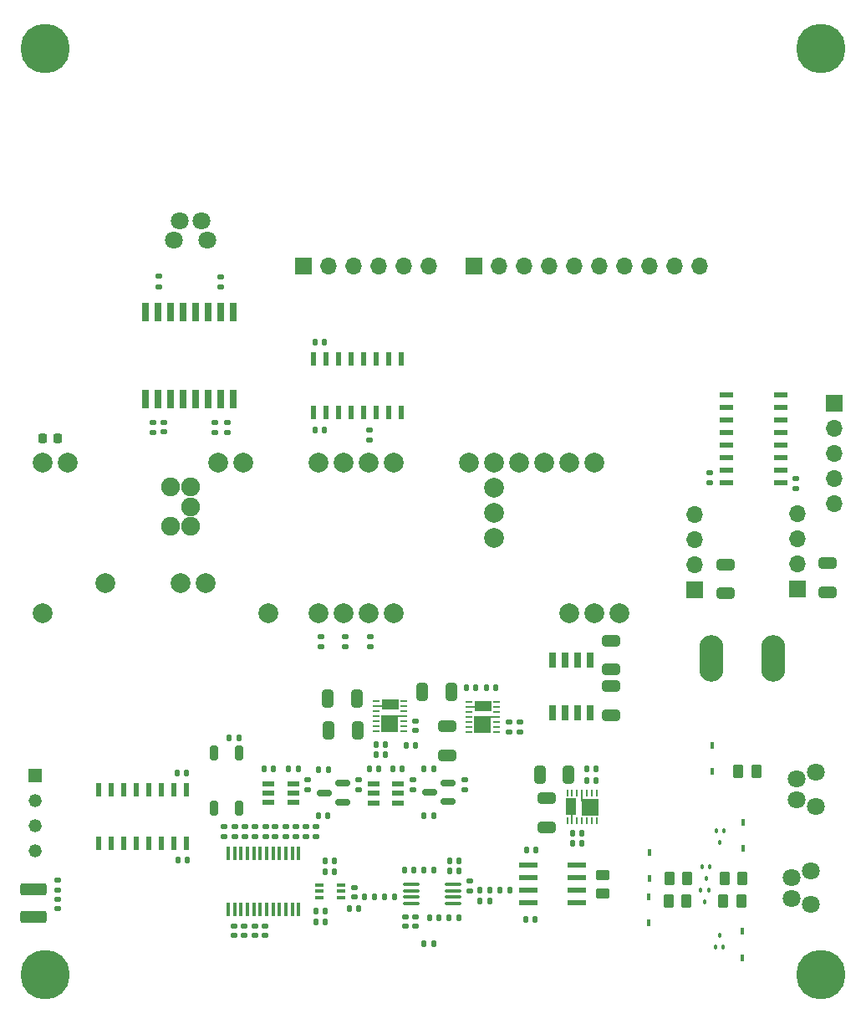
<source format=gbr>
%TF.GenerationSoftware,KiCad,Pcbnew,8.0.7*%
%TF.CreationDate,2025-03-11T01:22:51-04:00*%
%TF.ProjectId,dyno_inst_3,64796e6f-5f69-46e7-9374-5f332e6b6963,rev?*%
%TF.SameCoordinates,Original*%
%TF.FileFunction,Soldermask,Top*%
%TF.FilePolarity,Negative*%
%FSLAX46Y46*%
G04 Gerber Fmt 4.6, Leading zero omitted, Abs format (unit mm)*
G04 Created by KiCad (PCBNEW 8.0.7) date 2025-03-11 01:22:51*
%MOMM*%
%LPD*%
G01*
G04 APERTURE LIST*
G04 Aperture macros list*
%AMRoundRect*
0 Rectangle with rounded corners*
0 $1 Rounding radius*
0 $2 $3 $4 $5 $6 $7 $8 $9 X,Y pos of 4 corners*
0 Add a 4 corners polygon primitive as box body*
4,1,4,$2,$3,$4,$5,$6,$7,$8,$9,$2,$3,0*
0 Add four circle primitives for the rounded corners*
1,1,$1+$1,$2,$3*
1,1,$1+$1,$4,$5*
1,1,$1+$1,$6,$7*
1,1,$1+$1,$8,$9*
0 Add four rect primitives between the rounded corners*
20,1,$1+$1,$2,$3,$4,$5,0*
20,1,$1+$1,$4,$5,$6,$7,0*
20,1,$1+$1,$6,$7,$8,$9,0*
20,1,$1+$1,$8,$9,$2,$3,0*%
G04 Aperture macros list end*
%ADD10RoundRect,0.135000X-0.185000X0.135000X-0.185000X-0.135000X0.185000X-0.135000X0.185000X0.135000X0*%
%ADD11RoundRect,0.140000X0.140000X0.170000X-0.140000X0.170000X-0.140000X-0.170000X0.140000X-0.170000X0*%
%ADD12RoundRect,0.140000X-0.140000X-0.170000X0.140000X-0.170000X0.140000X0.170000X-0.140000X0.170000X0*%
%ADD13RoundRect,0.135000X0.135000X0.185000X-0.135000X0.185000X-0.135000X-0.185000X0.135000X-0.185000X0*%
%ADD14RoundRect,0.140000X-0.170000X0.140000X-0.170000X-0.140000X0.170000X-0.140000X0.170000X0.140000X0*%
%ADD15RoundRect,0.135000X-0.135000X-0.185000X0.135000X-0.185000X0.135000X0.185000X-0.135000X0.185000X0*%
%ADD16RoundRect,0.250000X-0.450000X0.262500X-0.450000X-0.262500X0.450000X-0.262500X0.450000X0.262500X0*%
%ADD17R,1.200000X0.600000*%
%ADD18R,0.650000X1.500000*%
%ADD19RoundRect,0.150000X0.587500X0.150000X-0.587500X0.150000X-0.587500X-0.150000X0.587500X-0.150000X0*%
%ADD20C,5.000000*%
%ADD21C,2.004000*%
%ADD22C,1.900000*%
%ADD23R,1.700000X1.700000*%
%ADD24O,1.700000X1.700000*%
%ADD25R,0.711200X0.254000*%
%ADD26R,0.711200X0.255562*%
%ADD27R,1.651000X1.778000*%
%ADD28R,1.651000X1.066800*%
%ADD29RoundRect,0.250000X0.650000X-0.325000X0.650000X0.325000X-0.650000X0.325000X-0.650000X-0.325000X0*%
%ADD30RoundRect,0.140000X0.170000X-0.140000X0.170000X0.140000X-0.170000X0.140000X-0.170000X-0.140000X0*%
%ADD31RoundRect,0.250000X0.325000X0.650000X-0.325000X0.650000X-0.325000X-0.650000X0.325000X-0.650000X0*%
%ADD32RoundRect,0.250000X0.262500X0.450000X-0.262500X0.450000X-0.262500X-0.450000X0.262500X-0.450000X0*%
%ADD33RoundRect,0.225000X0.225000X0.250000X-0.225000X0.250000X-0.225000X-0.250000X0.225000X-0.250000X0*%
%ADD34R,0.406400X0.749300*%
%ADD35R,0.640000X1.910000*%
%ADD36RoundRect,0.201000X-0.201000X0.551000X-0.201000X-0.551000X0.201000X-0.551000X0.201000X0.551000X0*%
%ADD37RoundRect,0.250000X-0.650000X0.325000X-0.650000X-0.325000X0.650000X-0.325000X0.650000X0.325000X0*%
%ADD38C,1.800000*%
%ADD39R,1.320800X1.320800*%
%ADD40C,1.320800*%
%ADD41R,0.533400X1.461700*%
%ADD42RoundRect,0.250000X-1.075000X0.375000X-1.075000X-0.375000X1.075000X-0.375000X1.075000X0.375000X0*%
%ADD43R,0.876300X0.355600*%
%ADD44RoundRect,0.100000X-0.100000X0.125000X-0.100000X-0.125000X0.100000X-0.125000X0.100000X0.125000X0*%
%ADD45RoundRect,0.100000X0.712500X0.100000X-0.712500X0.100000X-0.712500X-0.100000X0.712500X-0.100000X0*%
%ADD46RoundRect,0.250000X-0.325000X-0.650000X0.325000X-0.650000X0.325000X0.650000X-0.325000X0.650000X0*%
%ADD47RoundRect,0.135000X0.185000X-0.135000X0.185000X0.135000X-0.185000X0.135000X-0.185000X-0.135000X0*%
%ADD48R,1.461700X0.533400*%
%ADD49R,1.981200X0.558800*%
%ADD50R,0.254000X0.711200*%
%ADD51R,0.255562X0.711200*%
%ADD52R,1.778000X1.651000*%
%ADD53R,1.066800X1.651000*%
%ADD54RoundRect,0.100000X0.100000X-0.125000X0.100000X0.125000X-0.100000X0.125000X-0.100000X-0.125000X0*%
%ADD55R,0.355600X1.473200*%
%ADD56O,2.454000X4.704000*%
G04 APERTURE END LIST*
D10*
%TO.C,R5*%
X150225000Y-94242076D03*
X150225000Y-95262076D03*
%TD*%
D11*
%TO.C,C28*%
X146725050Y-93091074D03*
X145765050Y-93091074D03*
%TD*%
%TO.C,C48*%
X163508615Y-108167095D03*
X162548615Y-108167095D03*
%TD*%
D10*
%TO.C,R10*%
X166139091Y-94235248D03*
X166139091Y-95255248D03*
%TD*%
D12*
%TO.C,C75*%
X151040282Y-107550862D03*
X152000282Y-107550862D03*
%TD*%
D11*
%TO.C,C78*%
X152944276Y-102412061D03*
X151984276Y-102412061D03*
%TD*%
D13*
%TO.C,R23*%
X165543085Y-108164229D03*
X164523085Y-108164229D03*
%TD*%
D11*
%TO.C,C77*%
X152946571Y-103499064D03*
X151986571Y-103499064D03*
%TD*%
D13*
%TO.C,R26*%
X162991778Y-103404582D03*
X161971778Y-103404582D03*
%TD*%
D14*
%TO.C,C57*%
X160086613Y-108075000D03*
X160086613Y-109035000D03*
%TD*%
D12*
%TO.C,C45*%
X172360137Y-101316370D03*
X173320137Y-101316370D03*
%TD*%
D14*
%TO.C,C58*%
X161142719Y-108076520D03*
X161142719Y-109036520D03*
%TD*%
D11*
%TO.C,C61*%
X165554531Y-103428389D03*
X164594531Y-103428389D03*
%TD*%
D15*
%TO.C,R7*%
X151290167Y-93190598D03*
X152310167Y-93190598D03*
%TD*%
D16*
%TO.C,R16*%
X180045137Y-103891370D03*
X180045137Y-105716370D03*
%TD*%
D11*
%TO.C,C47*%
X160960016Y-103385956D03*
X160000016Y-103385956D03*
%TD*%
%TO.C,C29*%
X152267223Y-97896426D03*
X151307223Y-97896426D03*
%TD*%
D12*
%TO.C,C76*%
X151014005Y-108579518D03*
X151974005Y-108579518D03*
%TD*%
D10*
%TO.C,R9*%
X155338520Y-94249340D03*
X155338520Y-95269340D03*
%TD*%
D11*
%TO.C,C23*%
X157380000Y-93125000D03*
X156420000Y-93125000D03*
%TD*%
%TO.C,C34*%
X173220137Y-108366370D03*
X172260137Y-108366370D03*
%TD*%
D12*
%TO.C,C32*%
X148265050Y-93091074D03*
X149225050Y-93091074D03*
%TD*%
D10*
%TO.C,R6*%
X160831185Y-94243565D03*
X160831185Y-95263565D03*
%TD*%
D11*
%TO.C,C30*%
X162953536Y-97898311D03*
X161993536Y-97898311D03*
%TD*%
%TO.C,C24*%
X159755000Y-93100000D03*
X158795000Y-93100000D03*
%TD*%
D15*
%TO.C,R8*%
X161985875Y-93137731D03*
X163005875Y-93137731D03*
%TD*%
D11*
%TO.C,C63*%
X165555353Y-102399706D03*
X164595353Y-102399706D03*
%TD*%
D17*
%TO.C,IC3*%
X146245050Y-94641074D03*
X146245050Y-95591074D03*
X146245050Y-96541074D03*
X148745050Y-96541074D03*
X148745050Y-95591074D03*
X148745050Y-94641074D03*
%TD*%
D18*
%TO.C,IC2*%
X178820784Y-82076326D03*
X177550784Y-82076326D03*
X176280784Y-82076326D03*
X175010784Y-82076326D03*
X175010784Y-87476326D03*
X176280784Y-87476326D03*
X177550784Y-87476326D03*
X178820784Y-87476326D03*
%TD*%
D12*
%TO.C,C2*%
X136990000Y-93564148D03*
X137950000Y-93564148D03*
%TD*%
D10*
%TO.C,R3*%
X156525000Y-79755000D03*
X156525000Y-80775000D03*
%TD*%
D19*
%TO.C,U8*%
X153737273Y-96487500D03*
X153737273Y-94587500D03*
X151862273Y-95537500D03*
%TD*%
D20*
%TO.C,H2*%
X123646900Y-113974000D03*
%TD*%
D11*
%TO.C,C36*%
X179445684Y-94267895D03*
X178485684Y-94267895D03*
%TD*%
D21*
%TO.C,U4*%
X158890000Y-77390000D03*
X129680000Y-74340000D03*
X146190000Y-77390000D03*
X151270000Y-77390000D03*
X153810000Y-77390000D03*
X156350000Y-77390000D03*
X156350000Y-62150000D03*
X153810000Y-62150000D03*
X151270000Y-62150000D03*
X143650000Y-62150000D03*
X141110000Y-62150000D03*
X176670000Y-77390000D03*
X179210000Y-77390000D03*
X181750000Y-77390000D03*
X179210000Y-62150000D03*
X176670000Y-62150000D03*
X174130000Y-62150000D03*
X171590000Y-62150000D03*
X169050000Y-62150000D03*
X166510000Y-62150000D03*
X123330000Y-77390000D03*
X158890000Y-62150000D03*
X125870000Y-62150000D03*
X169050000Y-69770000D03*
D22*
X138300000Y-66600000D03*
D21*
X169050000Y-64690000D03*
X169050000Y-67230000D03*
D22*
X136300000Y-64600000D03*
X138300000Y-64600000D03*
X138300000Y-68600000D03*
X136300000Y-68600000D03*
D21*
X137300000Y-74340000D03*
X139840000Y-74340000D03*
X123330000Y-62150000D03*
%TD*%
D23*
%TO.C,J5*%
X149790000Y-42250000D03*
D24*
X152330000Y-42250000D03*
X154870000Y-42250000D03*
X157410000Y-42250000D03*
X159950000Y-42250000D03*
X162490000Y-42250000D03*
%TD*%
D14*
%TO.C,C25*%
X190950000Y-63170000D03*
X190950000Y-64130000D03*
%TD*%
%TO.C,C91*%
X134550000Y-58085000D03*
X134550000Y-59045000D03*
%TD*%
D25*
%TO.C,U24*%
X169300000Y-89375000D03*
X169300000Y-88875001D03*
X169300000Y-88374999D03*
X169300000Y-87875000D03*
X169300000Y-87374998D03*
X169300000Y-86874999D03*
X169300000Y-86375000D03*
X166500000Y-86375000D03*
D26*
X166496370Y-86875780D03*
D25*
X166500000Y-87375001D03*
X166500000Y-87875000D03*
X166500000Y-88375002D03*
X166500000Y-88875001D03*
X166500000Y-89375000D03*
D26*
X168785263Y-87876630D03*
D27*
X167855000Y-88665000D03*
D28*
X167945000Y-86730000D03*
D26*
X167000000Y-86875000D03*
%TD*%
D29*
%TO.C,C87*%
X202900000Y-75275000D03*
X202900000Y-72325000D03*
%TD*%
D30*
%TO.C,C80*%
X170579675Y-89358796D03*
X170579675Y-88398796D03*
%TD*%
D31*
%TO.C,C39*%
X176650000Y-93700000D03*
X173700000Y-93700000D03*
%TD*%
D11*
%TO.C,C1*%
X151910000Y-58799752D03*
X150950000Y-58799752D03*
%TD*%
D32*
%TO.C,R13*%
X194136723Y-106508188D03*
X192311723Y-106508188D03*
%TD*%
D33*
%TO.C,C16*%
X124900000Y-59700000D03*
X123350000Y-59700000D03*
%TD*%
D30*
%TO.C,C3*%
X199675496Y-64740000D03*
X199675496Y-63780000D03*
%TD*%
D12*
%TO.C,C19*%
X160170000Y-90725000D03*
X161130000Y-90725000D03*
%TD*%
D34*
%TO.C,CR2*%
X184790801Y-101565122D03*
X184790801Y-104219422D03*
%TD*%
D35*
%TO.C,T1*%
X133810000Y-55660000D03*
X135080000Y-55660000D03*
X136350000Y-55660000D03*
X137620000Y-55660000D03*
X138890000Y-55660000D03*
X140160000Y-55660000D03*
X141430000Y-55660000D03*
X142700000Y-55660000D03*
X142700000Y-46890000D03*
X141430000Y-46890000D03*
X140160000Y-46890000D03*
X138890000Y-46890000D03*
X137620000Y-46890000D03*
X136350000Y-46890000D03*
X135080000Y-46890000D03*
X133810000Y-46890000D03*
%TD*%
D36*
%TO.C,U23*%
X143265000Y-91500000D03*
X140725000Y-91500000D03*
X140725000Y-97100000D03*
X143265000Y-97100000D03*
%TD*%
D37*
%TO.C,C40*%
X174400000Y-96125000D03*
X174400000Y-99075000D03*
%TD*%
D38*
%TO.C,J3*%
X201650799Y-93499978D03*
X199700800Y-94125072D03*
X201650799Y-96900022D03*
X199700800Y-96274999D03*
%TD*%
D30*
%TO.C,C14*%
X145924799Y-99960000D03*
X145924799Y-99000000D03*
%TD*%
D14*
%TO.C,C7*%
X144899799Y-98997876D03*
X144899799Y-99957876D03*
%TD*%
D23*
%TO.C,U7*%
X199800000Y-74900000D03*
D24*
X199800000Y-72360000D03*
X199800000Y-69820000D03*
X199800000Y-67280000D03*
%TD*%
D29*
%TO.C,C84*%
X164300000Y-91775000D03*
X164300000Y-88825000D03*
%TD*%
D11*
%TO.C,C22*%
X158080000Y-90700000D03*
X157120000Y-90700000D03*
%TD*%
D39*
%TO.C,U21*%
X122572000Y-93810000D03*
D40*
X122572000Y-96350000D03*
X122572000Y-98890000D03*
X122572000Y-101430000D03*
%TD*%
D31*
%TO.C,C83*%
X164775000Y-85300000D03*
X161825000Y-85300000D03*
%TD*%
D32*
%TO.C,R21*%
X188577900Y-106493048D03*
X186752900Y-106493048D03*
%TD*%
D41*
%TO.C,U1*%
X137915000Y-95200496D03*
X136645000Y-95200496D03*
X135375000Y-95200496D03*
X134105000Y-95200496D03*
X132835000Y-95200496D03*
X131565000Y-95200496D03*
X130295000Y-95200496D03*
X129025000Y-95200496D03*
X129025000Y-100650000D03*
X130295000Y-100650000D03*
X131565000Y-100650000D03*
X132835000Y-100650000D03*
X134105000Y-100650000D03*
X135375000Y-100650000D03*
X136645000Y-100650000D03*
X137915000Y-100650000D03*
%TD*%
%TO.C,U2*%
X150780000Y-57074752D03*
X152050000Y-57074752D03*
X153320000Y-57074752D03*
X154590000Y-57074752D03*
X155860000Y-57074752D03*
X157130000Y-57074752D03*
X158400000Y-57074752D03*
X159670000Y-57074752D03*
X159670000Y-51625248D03*
X158400000Y-51625248D03*
X157130000Y-51625248D03*
X155860000Y-51625248D03*
X154590000Y-51625248D03*
X153320000Y-51625248D03*
X152050000Y-51625248D03*
X150780000Y-51625248D03*
%TD*%
D14*
%TO.C,C11*%
X141724799Y-98997876D03*
X141724799Y-99957876D03*
%TD*%
D30*
%TO.C,C53*%
X154945493Y-106084274D03*
X154945493Y-105124274D03*
%TD*%
D42*
%TO.C,L1*%
X122453000Y-105330000D03*
X122453000Y-108130000D03*
%TD*%
D20*
%TO.C,H3*%
X123646900Y-20248000D03*
%TD*%
D30*
%TO.C,C43*%
X144824799Y-109962876D03*
X144824799Y-109002876D03*
%TD*%
D12*
%TO.C,C81*%
X168283633Y-84907499D03*
X169243633Y-84907499D03*
%TD*%
D43*
%TO.C,U19*%
X153570273Y-106164838D03*
X153570273Y-105514839D03*
X153570273Y-104864840D03*
X151347773Y-104864840D03*
X151347773Y-105514839D03*
X151347773Y-106164838D03*
%TD*%
D14*
%TO.C,C33*%
X124853000Y-106325000D03*
X124853000Y-107285000D03*
%TD*%
D30*
%TO.C,C41*%
X166616022Y-105447235D03*
X166616022Y-104487235D03*
%TD*%
D44*
%TO.C,U13*%
X190942288Y-103049104D03*
X190142288Y-103049104D03*
X190542288Y-104199104D03*
%TD*%
D45*
%TO.C,U14*%
X164919134Y-106759440D03*
X164919134Y-106109440D03*
X164919134Y-105459440D03*
X164919134Y-104809440D03*
X160694134Y-104809440D03*
X160694134Y-105459440D03*
X160694134Y-106109440D03*
X160694134Y-106759440D03*
%TD*%
D23*
%TO.C,U6*%
X189400000Y-74980000D03*
D24*
X189400000Y-72440000D03*
X189400000Y-69900000D03*
X189400000Y-67360000D03*
%TD*%
D10*
%TO.C,R2*%
X151525000Y-79735000D03*
X151525000Y-80755000D03*
%TD*%
D12*
%TO.C,C31*%
X137040000Y-102339148D03*
X138000000Y-102339148D03*
%TD*%
D13*
%TO.C,R11*%
X170648753Y-105378095D03*
X169628753Y-105378095D03*
%TD*%
D29*
%TO.C,C69*%
X192500000Y-75375000D03*
X192500000Y-72425000D03*
%TD*%
D12*
%TO.C,C82*%
X166274366Y-84897759D03*
X167234366Y-84897759D03*
%TD*%
D46*
%TO.C,C27*%
X152350000Y-89200000D03*
X155300000Y-89200000D03*
%TD*%
D13*
%TO.C,R29*%
X159022345Y-106106264D03*
X158002345Y-106106264D03*
%TD*%
D14*
%TO.C,C6*%
X142724799Y-108997876D03*
X142724799Y-109957876D03*
%TD*%
%TO.C,C12*%
X150050000Y-99000000D03*
X150050000Y-99960000D03*
%TD*%
D34*
%TO.C,CR5*%
X191150000Y-90722850D03*
X191150000Y-93377150D03*
%TD*%
D14*
%TO.C,C5*%
X143799799Y-109002876D03*
X143799799Y-109962876D03*
%TD*%
D34*
%TO.C,CR4*%
X194224799Y-112235026D03*
X194224799Y-109580726D03*
%TD*%
D23*
%TO.C,J2*%
X167025000Y-42225000D03*
D24*
X169565000Y-42225000D03*
X172105000Y-42225000D03*
X174645000Y-42225000D03*
X177185000Y-42225000D03*
X179725000Y-42225000D03*
X182265000Y-42225000D03*
X184805000Y-42225000D03*
X187345000Y-42225000D03*
X189885000Y-42225000D03*
%TD*%
D10*
%TO.C,R4*%
X154025000Y-79745000D03*
X154025000Y-80765000D03*
%TD*%
D34*
%TO.C,CR1*%
X184762666Y-108692461D03*
X184762666Y-106038161D03*
%TD*%
D30*
%TO.C,C20*%
X161150000Y-89260000D03*
X161150000Y-88300000D03*
%TD*%
D14*
%TO.C,C9*%
X151074799Y-99000000D03*
X151074799Y-99960000D03*
%TD*%
D12*
%TO.C,C35*%
X178487425Y-93117558D03*
X179447425Y-93117558D03*
%TD*%
D38*
%TO.C,J6*%
X201175000Y-103474956D03*
X199225001Y-104100050D03*
X201175000Y-106875000D03*
X199225001Y-106249977D03*
%TD*%
D32*
%TO.C,R40*%
X195662500Y-93349999D03*
X193837500Y-93349999D03*
%TD*%
D38*
%TO.C,J7*%
X140055000Y-39650000D03*
X139429906Y-37700001D03*
X136654956Y-39650000D03*
X137279979Y-37700001D03*
%TD*%
D20*
%TO.C,H1*%
X202209100Y-20248000D03*
%TD*%
D14*
%TO.C,C92*%
X135625000Y-58080000D03*
X135625000Y-59040000D03*
%TD*%
D10*
%TO.C,R39*%
X124900000Y-104375000D03*
X124900000Y-105395000D03*
%TD*%
D14*
%TO.C,C13*%
X149024799Y-98997876D03*
X149024799Y-99957876D03*
%TD*%
D23*
%TO.C,J1*%
X203500496Y-56100000D03*
D24*
X203500496Y-58640000D03*
X203500496Y-61180000D03*
X203500496Y-63720000D03*
X203500496Y-66260000D03*
%TD*%
D44*
%TO.C,U17*%
X192375001Y-99400050D03*
X191575001Y-99400050D03*
X191975001Y-100550050D03*
%TD*%
D30*
%TO.C,C15*%
X146924799Y-99957876D03*
X146924799Y-98997876D03*
%TD*%
D15*
%TO.C,R37*%
X161940000Y-110800000D03*
X162960000Y-110800000D03*
%TD*%
D47*
%TO.C,R46*%
X141425000Y-44375000D03*
X141425000Y-43355000D03*
%TD*%
D11*
%TO.C,C37*%
X177980000Y-100675000D03*
X177020000Y-100675000D03*
%TD*%
%TO.C,C42*%
X168623035Y-106486314D03*
X167663035Y-106486314D03*
%TD*%
D14*
%TO.C,C10*%
X147999799Y-98997876D03*
X147999799Y-99957876D03*
%TD*%
D32*
%TO.C,R14*%
X194245337Y-104192121D03*
X192420337Y-104192121D03*
%TD*%
D34*
%TO.C,CR3*%
X194297101Y-98547900D03*
X194297101Y-101202200D03*
%TD*%
D14*
%TO.C,C8*%
X143874799Y-98997876D03*
X143874799Y-99957876D03*
%TD*%
%TO.C,C94*%
X142075000Y-58090000D03*
X142075000Y-59050000D03*
%TD*%
D48*
%TO.C,U11*%
X198075000Y-64150000D03*
X198075000Y-62880000D03*
X198075000Y-61610000D03*
X198075000Y-60340000D03*
X198075000Y-59070000D03*
X198075000Y-57800000D03*
X198075000Y-56530000D03*
X198075000Y-55260000D03*
X192625496Y-55260000D03*
X192625496Y-56530000D03*
X192625496Y-57800000D03*
X192625496Y-59070000D03*
X192625496Y-60340000D03*
X192625496Y-61610000D03*
X192625496Y-62880000D03*
X192625496Y-64150000D03*
%TD*%
D10*
%TO.C,R1*%
X156475000Y-58840000D03*
X156475000Y-59860000D03*
%TD*%
D49*
%TO.C,U16*%
X177483937Y-106671370D03*
X177483937Y-105401370D03*
X177483937Y-104131370D03*
X177483937Y-102861370D03*
X172556337Y-102861370D03*
X172556337Y-104131370D03*
X172556337Y-105401370D03*
X172556337Y-106671370D03*
%TD*%
D12*
%TO.C,C38*%
X177020000Y-99625000D03*
X177980000Y-99625000D03*
%TD*%
D25*
%TO.C,U5*%
X159904675Y-89278796D03*
X159904675Y-88778797D03*
X159904675Y-88278795D03*
X159904675Y-87778796D03*
X159904675Y-87278794D03*
X159904675Y-86778795D03*
X159904675Y-86278796D03*
X157104675Y-86278796D03*
D26*
X157101045Y-86779576D03*
D25*
X157104675Y-87278797D03*
X157104675Y-87778796D03*
X157104675Y-88278798D03*
X157104675Y-88778797D03*
X157104675Y-89278796D03*
D26*
X159389938Y-87780426D03*
D27*
X158459675Y-88568796D03*
D28*
X158549675Y-86633796D03*
D26*
X157604675Y-86778796D03*
%TD*%
D12*
%TO.C,C21*%
X157120000Y-91700000D03*
X158080000Y-91700000D03*
%TD*%
D50*
%TO.C,U10*%
X179485000Y-95580000D03*
X178985001Y-95580000D03*
X178484999Y-95580000D03*
X177985000Y-95580000D03*
X177484998Y-95580000D03*
X176984999Y-95580000D03*
X176485000Y-95580000D03*
X176485000Y-98380000D03*
D51*
X176985780Y-98383630D03*
D50*
X177485001Y-98380000D03*
X177985000Y-98380000D03*
X178485002Y-98380000D03*
X178985001Y-98380000D03*
X179485000Y-98380000D03*
D51*
X177986630Y-96094737D03*
D52*
X178775000Y-97025000D03*
D53*
X176840000Y-96935000D03*
D51*
X176985000Y-97880000D03*
%TD*%
D37*
%TO.C,C70*%
X180900000Y-84725000D03*
X180900000Y-87675000D03*
%TD*%
D19*
%TO.C,U9*%
X164412500Y-96450000D03*
X164412500Y-94550000D03*
X162537500Y-95500000D03*
%TD*%
D30*
%TO.C,C44*%
X145849799Y-109962876D03*
X145849799Y-109002876D03*
%TD*%
D37*
%TO.C,C18*%
X180900000Y-80125000D03*
X180900000Y-83075000D03*
%TD*%
D13*
%TO.C,R30*%
X156989456Y-106100000D03*
X155969456Y-106100000D03*
%TD*%
%TO.C,R12*%
X168659799Y-105399482D03*
X167639799Y-105399482D03*
%TD*%
D54*
%TO.C,U18*%
X191500001Y-111150050D03*
X192300001Y-111150050D03*
X191900001Y-110000050D03*
%TD*%
D32*
%TO.C,R22*%
X188645137Y-104191370D03*
X186820137Y-104191370D03*
%TD*%
D44*
%TO.C,U12*%
X190825000Y-105437500D03*
X190025000Y-105437500D03*
X190425000Y-106587500D03*
%TD*%
D31*
%TO.C,C26*%
X155175000Y-86000000D03*
X152225000Y-86000000D03*
%TD*%
D11*
%TO.C,C54*%
X155385320Y-107224994D03*
X154425320Y-107224994D03*
%TD*%
D14*
%TO.C,C17*%
X142824799Y-98997876D03*
X142824799Y-99957876D03*
%TD*%
D15*
%TO.C,R41*%
X142240000Y-90025000D03*
X143260000Y-90025000D03*
%TD*%
D55*
%TO.C,U3*%
X149299798Y-101688476D03*
X148649799Y-101688476D03*
X147999801Y-101688476D03*
X147349800Y-101688476D03*
X146699801Y-101688476D03*
X146049800Y-101688476D03*
X145399801Y-101688476D03*
X144749800Y-101688476D03*
X144099801Y-101688476D03*
X143449800Y-101688476D03*
X142799801Y-101688476D03*
X142149800Y-101688476D03*
X142149800Y-107327276D03*
X142799799Y-107327276D03*
X143449800Y-107327276D03*
X144099798Y-107327276D03*
X144749800Y-107327276D03*
X145399798Y-107327276D03*
X146049797Y-107327276D03*
X146699798Y-107327276D03*
X147349797Y-107327276D03*
X147999798Y-107327276D03*
X148649797Y-107327276D03*
X149299798Y-107327276D03*
%TD*%
D17*
%TO.C,IC1*%
X156850000Y-94650000D03*
X156850000Y-95600000D03*
X156850000Y-96550000D03*
X159350000Y-96550000D03*
X159350000Y-95600000D03*
X159350000Y-94650000D03*
%TD*%
D47*
%TO.C,R45*%
X135100000Y-44310000D03*
X135100000Y-43290000D03*
%TD*%
D14*
%TO.C,C79*%
X171700000Y-88395000D03*
X171700000Y-89355000D03*
%TD*%
D11*
%TO.C,C4*%
X151925000Y-49925000D03*
X150965000Y-49925000D03*
%TD*%
D14*
%TO.C,C93*%
X140825000Y-58090000D03*
X140825000Y-59050000D03*
%TD*%
D56*
%TO.C,J4*%
X191050000Y-81925000D03*
X197350000Y-81925000D03*
%TD*%
D20*
%TO.C,H4*%
X202209100Y-113974000D03*
%TD*%
M02*

</source>
